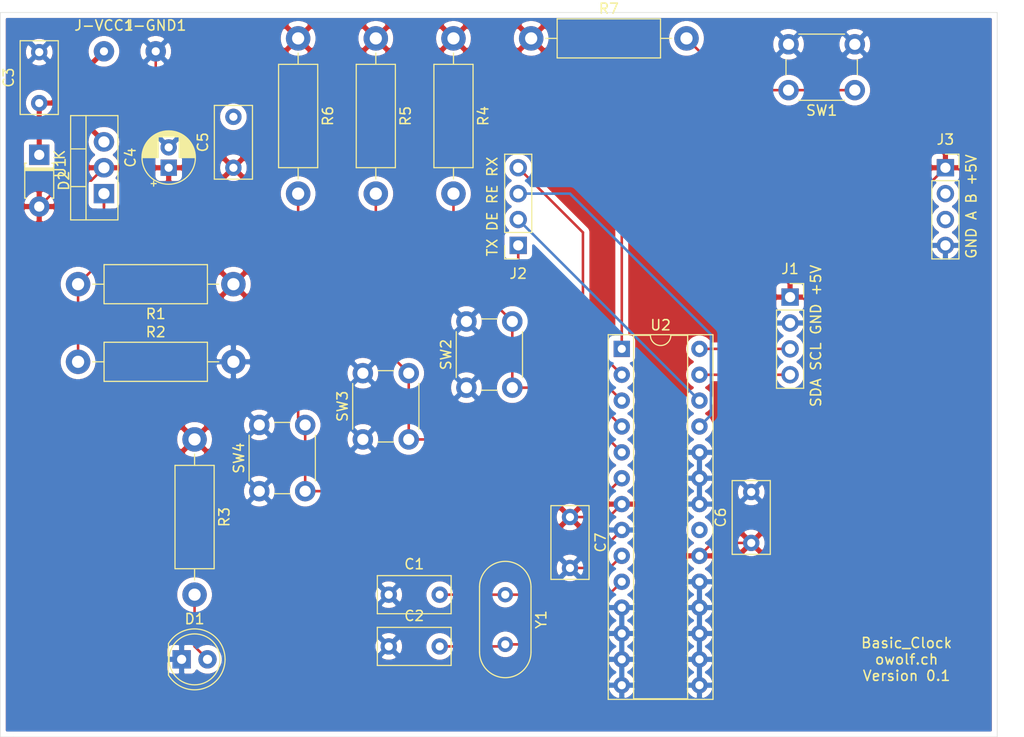
<source format=kicad_pcb>
(kicad_pcb (version 20171130) (host pcbnew "(5.1.6)-1")
  (layers (0 F.Cu signal) (31 B.Cu signal) (34 B.Paste user) (35 F.Paste user) (36 B.SilkS user) (37 F.SilkS user) (38 B.Mask user) (39 F.Mask user) (44 Edge.Cuts user))
  (net 0 "")
  (net 1 "Net-(C1-Pad2)")
  (net 2 GND)
  (net 3 "Net-(C2-Pad2)")
  (net 4 +28V)
  (net 5 +5V)
  (net 6 "Net-(D1-Pad2)")
  (net 7 "Net-(R1-Pad2)")
  (net 8 /PIN2)
  (net 9 /PIN3)
  (net 10 /PIN4)
  (net 11 /SCL)
  (net 12 /SDA)
  (net 13 /TXD)
  (net 14 /RXD)
  (net 15 /RE)
  (net 16 /DE)
  (net 17 "Net-(R7-Pad2)")
  (net 18 "Net-(C5-Pad2)")
  (net 19 "Net-(J3-Pad3)")
  (net 20 "Net-(J3-Pad2)")
  (net 21 "Net-(U2-Pad21)")
  (module Capacitor_THT:C_Rect_L7.0mm_W3.5mm_P5.00mm (layer F.Cu) (at 59.69 119.38 90)
    (fp_text reference C5 (at 2.5 -3 90) (layer F.SilkS))
    (fp_text value 100nF)
    (fp_line (start 6.12 -1.87) (end 6.12 1.87) (layer F.SilkS) (width 0.12))
    (fp_line (start -1.12 -1.87) (end -1.12 1.87) (layer F.SilkS) (width 0.12))
    (fp_line (start -1.12 1.87) (end 6.12 1.87) (layer F.SilkS) (width 0.12))
    (fp_line (start -1.12 -1.87) (end 6.12 -1.87) (layer F.SilkS) (width 0.12))
    (pad 2 thru_hole circle (at 5 0 90) (size 1.6 1.6) (drill 0.8) (layers *.Cu *.Mask) (net 18 "Net-(C5-Pad2)"))
    (pad 1 thru_hole circle (at 0 0 90) (size 1.6 1.6) (drill 0.8) (layers *.Cu *.Mask) (net 5 +5V))
  )
  (module Connector_Wire:SolderWirePad_1x01_Drill0.8mm (layer F.Cu) (at 46.99 107.95)
    (fp_text reference J-VCC1 (at 0 -2.54) (layer F.SilkS))
    (fp_text value Conn_01x01_Male)
    (pad 1 thru_hole circle (at 0 0) (size 1.99898 1.99898) (drill 0.8001) (layers *.Cu *.Mask) (net 4 +28V))
  )
  (module Connector_Wire:SolderWirePad_1x01_Drill0.8mm (layer F.Cu) (at 52.07 107.95)
    (fp_text reference J-GND1 (at 0 -2.54) (layer F.SilkS))
    (fp_text value Conn_01x01_Male)
    (pad 1 thru_hole circle (at 0 0) (size 1.99898 1.99898) (drill 0.8001) (layers *.Cu *.Mask) (net 2 GND))
  )
  (module "Button THT:SW_PUSH_6mm_H5mm" (layer F.Cu) (at 62.23 151.13 90)
    (fp_text reference SW4 (at 3.25 -2 90) (layer F.SilkS))
    (fp_text value SW_Push)
    (fp_line (start 1 5.5) (end 5.5 5.5) (layer F.SilkS) (width 0.12))
    (fp_line (start -0.25 1.5) (end -0.25 3) (layer F.SilkS) (width 0.12))
    (fp_line (start 5.5 -1) (end 1 -1) (layer F.SilkS) (width 0.12))
    (fp_line (start 6.75 3) (end 6.75 1.5) (layer F.SilkS) (width 0.12))
    (pad 1 thru_hole circle (at 6.5 0 180) (size 2 2) (drill 1.1) (layers *.Cu *.Mask) (net 2 GND))
    (pad 2 thru_hole circle (at 6.5 4.5 180) (size 2 2) (drill 1.1) (layers *.Cu *.Mask) (net 10 /PIN4))
    (pad 1 thru_hole circle (at 0 0 180) (size 2 2) (drill 1.1) (layers *.Cu *.Mask) (net 2 GND))
    (pad 2 thru_hole circle (at 0 4.5 180) (size 2 2) (drill 1.1) (layers *.Cu *.Mask) (net 10 /PIN4))
  )
  (module Resistor:R_Axial_DIN0411_L9.9mm_D3.6mm_P15.24mm_Horizontal (layer F.Cu) (at 88.9 106.68)
    (fp_text reference R7 (at 7.62 -2.92) (layer F.SilkS))
    (fp_text value 10k)
    (fp_line (start 2.55 -1.92) (end 2.55 1.92) (layer F.SilkS) (width 0.12))
    (fp_line (start 2.55 1.92) (end 12.69 1.92) (layer F.SilkS) (width 0.12))
    (fp_line (start 12.69 1.92) (end 12.69 -1.92) (layer F.SilkS) (width 0.12))
    (fp_line (start 12.69 -1.92) (end 2.55 -1.92) (layer F.SilkS) (width 0.12))
    (fp_line (start 1.44 0) (end 2.55 0) (layer F.SilkS) (width 0.12))
    (fp_line (start 13.8 0) (end 12.69 0) (layer F.SilkS) (width 0.12))
    (pad 2 thru_hole oval (at 15.24 0) (size 2.4 2.4) (drill 1.2) (layers *.Cu *.Mask) (net 17 "Net-(R7-Pad2)"))
    (pad 1 thru_hole circle (at 0 0) (size 2.4 2.4) (drill 1.2) (layers *.Cu *.Mask) (net 5 +5V))
  )
  (module "Connector THT:PinSocket_1x04_P2.54mm_Vertical" (layer F.Cu) (at 129.54 119.38)
    (fp_text reference J3 (at 0 -2.77) (layer F.SilkS))
    (fp_text value Conn_01x04_Female)
    (fp_line (start 0 -1.33) (end 1.33 -1.33) (layer F.SilkS) (width 0.12))
    (fp_line (start 1.33 -1.33) (end 1.33 0) (layer F.SilkS) (width 0.12))
    (fp_line (start 1.33 1.27) (end 1.33 8.95) (layer F.SilkS) (width 0.12))
    (fp_line (start -1.33 8.95) (end 1.33 8.95) (layer F.SilkS) (width 0.12))
    (fp_line (start -1.33 1.27) (end -1.33 8.95) (layer F.SilkS) (width 0.12))
    (fp_line (start -1.33 1.27) (end 1.33 1.27) (layer F.SilkS) (width 0.12))
    (pad 4 thru_hole oval (at 0 7.62) (size 1.7 1.7) (drill 1) (layers *.Cu *.Mask) (net 2 GND))
    (pad 3 thru_hole oval (at 0 5.08) (size 1.7 1.7) (drill 1) (layers *.Cu *.Mask) (net 19 "Net-(J3-Pad3)"))
    (pad 2 thru_hole oval (at 0 2.54) (size 1.7 1.7) (drill 1) (layers *.Cu *.Mask) (net 20 "Net-(J3-Pad2)"))
    (pad 1 thru_hole rect (at 0 0) (size 1.7 1.7) (drill 1) (layers *.Cu *.Mask) (net 5 +5V))
  )
  (module "Connector THT:PinSocket_1x04_P2.54mm_Vertical" (layer F.Cu) (at 87.63 127 180)
    (fp_text reference J2 (at 0 -2.77) (layer F.SilkS))
    (fp_text value Conn_01x04_Female)
    (fp_line (start 0 -1.33) (end 1.33 -1.33) (layer F.SilkS) (width 0.12))
    (fp_line (start 1.33 -1.33) (end 1.33 0) (layer F.SilkS) (width 0.12))
    (fp_line (start 1.33 1.27) (end 1.33 8.95) (layer F.SilkS) (width 0.12))
    (fp_line (start -1.33 8.95) (end 1.33 8.95) (layer F.SilkS) (width 0.12))
    (fp_line (start -1.33 1.27) (end -1.33 8.95) (layer F.SilkS) (width 0.12))
    (fp_line (start -1.33 1.27) (end 1.33 1.27) (layer F.SilkS) (width 0.12))
    (pad 4 thru_hole oval (at 0 7.62 180) (size 1.7 1.7) (drill 1) (layers *.Cu *.Mask) (net 14 /RXD))
    (pad 3 thru_hole oval (at 0 5.08 180) (size 1.7 1.7) (drill 1) (layers *.Cu *.Mask) (net 15 /RE))
    (pad 2 thru_hole oval (at 0 2.54 180) (size 1.7 1.7) (drill 1) (layers *.Cu *.Mask) (net 16 /DE))
    (pad 1 thru_hole rect (at 0 0 180) (size 1.7 1.7) (drill 1) (layers *.Cu *.Mask) (net 13 /TXD))
  )
  (module "Connector THT:PinSocket_1x04_P2.54mm_Vertical" (layer F.Cu) (at 114.3 132.08)
    (fp_text reference J1 (at 0 -2.77) (layer F.SilkS))
    (fp_text value Conn_01x04_Female)
    (fp_line (start 0 -1.33) (end 1.33 -1.33) (layer F.SilkS) (width 0.12))
    (fp_line (start 1.33 -1.33) (end 1.33 0) (layer F.SilkS) (width 0.12))
    (fp_line (start 1.33 1.27) (end 1.33 8.95) (layer F.SilkS) (width 0.12))
    (fp_line (start -1.33 8.95) (end 1.33 8.95) (layer F.SilkS) (width 0.12))
    (fp_line (start -1.33 1.27) (end -1.33 8.95) (layer F.SilkS) (width 0.12))
    (fp_line (start -1.33 1.27) (end 1.33 1.27) (layer F.SilkS) (width 0.12))
    (pad 4 thru_hole oval (at 0 7.62) (size 1.7 1.7) (drill 1) (layers *.Cu *.Mask) (net 12 /SDA))
    (pad 3 thru_hole oval (at 0 5.08) (size 1.7 1.7) (drill 1) (layers *.Cu *.Mask) (net 11 /SCL))
    (pad 2 thru_hole oval (at 0 2.54) (size 1.7 1.7) (drill 1) (layers *.Cu *.Mask) (net 2 GND))
    (pad 1 thru_hole rect (at 0 0) (size 1.7 1.7) (drill 1) (layers *.Cu *.Mask) (net 5 +5V))
  )
  (module Quartz:Crystal_HC49-4H_Vertical (layer F.Cu) (at 86.36 161.29 270)
    (fp_text reference Y1 (at 2.44 -3.525 90) (layer F.SilkS))
    (fp_text value 16Mhz)
    (fp_line (start -0.76 2.525) (end 5.64 2.525) (layer F.SilkS) (width 0.12))
    (fp_line (start -0.76 -2.525) (end 5.64 -2.525) (layer F.SilkS) (width 0.12))
    (fp_arc (start 5.64 0) (end 5.64 -2.525) (angle 180) (layer F.SilkS) (width 0.12))
    (fp_arc (start -0.76 0) (end -0.76 -2.525) (angle -180) (layer F.SilkS) (width 0.12))
    (pad 2 thru_hole circle (at 4.88 0 270) (size 1.5 1.5) (drill 0.8) (layers *.Cu *.Mask) (net 3 "Net-(C2-Pad2)"))
    (pad 1 thru_hole circle (at 0 0 270) (size 1.5 1.5) (drill 0.8) (layers *.Cu *.Mask) (net 1 "Net-(C1-Pad2)"))
  )
  (module "TO SOT THT:TO-220-3_Vertical" (layer F.Cu) (at 46.99 121.92 90)
    (fp_text reference U1 (at 2.54 -4.27 90) (layer F.SilkS))
    (fp_text value LM317_TO-220)
    (fp_line (start 4.391 -3.27) (end 4.391 -1.76) (layer F.SilkS) (width 0.12))
    (fp_line (start 0.69 -3.27) (end 0.69 -1.76) (layer F.SilkS) (width 0.12))
    (fp_line (start -2.58 -1.76) (end 7.66 -1.76) (layer F.SilkS) (width 0.12))
    (fp_line (start 7.66 -3.27) (end 7.66 1.371) (layer F.SilkS) (width 0.12))
    (fp_line (start -2.58 -3.27) (end -2.58 1.371) (layer F.SilkS) (width 0.12))
    (fp_line (start -2.58 1.371) (end 7.66 1.371) (layer F.SilkS) (width 0.12))
    (fp_line (start -2.58 -3.27) (end 7.66 -3.27) (layer F.SilkS) (width 0.12))
    (pad 3 thru_hole oval (at 5.08 0 90) (size 1.905 2) (drill 1.1) (layers *.Cu *.Mask) (net 4 +28V))
    (pad 2 thru_hole oval (at 2.54 0 90) (size 1.905 2) (drill 1.1) (layers *.Cu *.Mask) (net 5 +5V))
    (pad 1 thru_hole rect (at 0 0 90) (size 1.905 2) (drill 1.1) (layers *.Cu *.Mask) (net 7 "Net-(R1-Pad2)"))
  )
  (module "Button THT:SW_PUSH_6mm_H5mm" (layer F.Cu) (at 72.39 146.05 90)
    (fp_text reference SW3 (at 3.25 -2 270) (layer F.SilkS))
    (fp_text value SW_Push)
    (fp_line (start 6.75 3) (end 6.75 1.5) (layer F.SilkS) (width 0.12))
    (fp_line (start 5.5 -1) (end 1 -1) (layer F.SilkS) (width 0.12))
    (fp_line (start -0.25 1.5) (end -0.25 3) (layer F.SilkS) (width 0.12))
    (fp_line (start 1 5.5) (end 5.5 5.5) (layer F.SilkS) (width 0.12))
    (pad 1 thru_hole circle (at 6.5 0 180) (size 2 2) (drill 1.1) (layers *.Cu *.Mask) (net 2 GND))
    (pad 2 thru_hole circle (at 6.5 4.5 180) (size 2 2) (drill 1.1) (layers *.Cu *.Mask) (net 9 /PIN3))
    (pad 1 thru_hole circle (at 0 0 180) (size 2 2) (drill 1.1) (layers *.Cu *.Mask) (net 2 GND))
    (pad 2 thru_hole circle (at 0 4.5 180) (size 2 2) (drill 1.1) (layers *.Cu *.Mask) (net 9 /PIN3))
  )
  (module "Button THT:SW_PUSH_6mm_H5mm" (layer F.Cu) (at 82.55 140.97 90)
    (fp_text reference SW2 (at 3.25 -2 270) (layer F.SilkS))
    (fp_text value SW_Push)
    (fp_line (start 6.75 3) (end 6.75 1.5) (layer F.SilkS) (width 0.12))
    (fp_line (start 5.5 -1) (end 1 -1) (layer F.SilkS) (width 0.12))
    (fp_line (start -0.25 1.5) (end -0.25 3) (layer F.SilkS) (width 0.12))
    (fp_line (start 1 5.5) (end 5.5 5.5) (layer F.SilkS) (width 0.12))
    (pad 1 thru_hole circle (at 6.5 0 180) (size 2 2) (drill 1.1) (layers *.Cu *.Mask) (net 2 GND))
    (pad 2 thru_hole circle (at 6.5 4.5 180) (size 2 2) (drill 1.1) (layers *.Cu *.Mask) (net 8 /PIN2))
    (pad 1 thru_hole circle (at 0 0 180) (size 2 2) (drill 1.1) (layers *.Cu *.Mask) (net 2 GND))
    (pad 2 thru_hole circle (at 0 4.5 180) (size 2 2) (drill 1.1) (layers *.Cu *.Mask) (net 8 /PIN2))
  )
  (module "Button THT:SW_PUSH_6mm_H5mm" (layer F.Cu) (at 120.65 111.76 180)
    (fp_text reference SW1 (at 3.25 -2 180) (layer F.SilkS))
    (fp_text value SW_Push_Reset)
    (fp_line (start 6.75 3) (end 6.75 1.5) (layer F.SilkS) (width 0.12))
    (fp_line (start 5.5 -1) (end 1 -1) (layer F.SilkS) (width 0.12))
    (fp_line (start -0.25 1.5) (end -0.25 3) (layer F.SilkS) (width 0.12))
    (fp_line (start 1 5.5) (end 5.5 5.5) (layer F.SilkS) (width 0.12))
    (pad 1 thru_hole circle (at 6.5 0 270) (size 2 2) (drill 1.1) (layers *.Cu *.Mask) (net 17 "Net-(R7-Pad2)"))
    (pad 2 thru_hole circle (at 6.5 4.5 270) (size 2 2) (drill 1.1) (layers *.Cu *.Mask) (net 2 GND))
    (pad 1 thru_hole circle (at 0 0 270) (size 2 2) (drill 1.1) (layers *.Cu *.Mask) (net 17 "Net-(R7-Pad2)"))
    (pad 2 thru_hole circle (at 0 4.5 270) (size 2 2) (drill 1.1) (layers *.Cu *.Mask) (net 2 GND))
  )
  (module Resistor:R_Axial_DIN0411_L9.9mm_D3.6mm_P15.24mm_Horizontal (layer F.Cu) (at 66.04 106.68 270)
    (fp_text reference R6 (at 7.62 -2.92 270) (layer F.SilkS))
    (fp_text value 10k)
    (fp_line (start 13.8 0) (end 12.69 0) (layer F.SilkS) (width 0.12))
    (fp_line (start 1.44 0) (end 2.55 0) (layer F.SilkS) (width 0.12))
    (fp_line (start 12.69 -1.92) (end 2.55 -1.92) (layer F.SilkS) (width 0.12))
    (fp_line (start 12.69 1.92) (end 12.69 -1.92) (layer F.SilkS) (width 0.12))
    (fp_line (start 2.55 1.92) (end 12.69 1.92) (layer F.SilkS) (width 0.12))
    (fp_line (start 2.55 -1.92) (end 2.55 1.92) (layer F.SilkS) (width 0.12))
    (pad 2 thru_hole oval (at 15.24 0 270) (size 2.4 2.4) (drill 1.2) (layers *.Cu *.Mask) (net 10 /PIN4))
    (pad 1 thru_hole circle (at 0 0 270) (size 2.4 2.4) (drill 1.2) (layers *.Cu *.Mask) (net 5 +5V))
  )
  (module Resistor:R_Axial_DIN0411_L9.9mm_D3.6mm_P15.24mm_Horizontal (layer F.Cu) (at 73.66 106.68 270)
    (fp_text reference R5 (at 7.62 -2.92 270) (layer F.SilkS))
    (fp_text value 10k)
    (fp_line (start 13.8 0) (end 12.69 0) (layer F.SilkS) (width 0.12))
    (fp_line (start 1.44 0) (end 2.55 0) (layer F.SilkS) (width 0.12))
    (fp_line (start 12.69 -1.92) (end 2.55 -1.92) (layer F.SilkS) (width 0.12))
    (fp_line (start 12.69 1.92) (end 12.69 -1.92) (layer F.SilkS) (width 0.12))
    (fp_line (start 2.55 1.92) (end 12.69 1.92) (layer F.SilkS) (width 0.12))
    (fp_line (start 2.55 -1.92) (end 2.55 1.92) (layer F.SilkS) (width 0.12))
    (pad 2 thru_hole oval (at 15.24 0 270) (size 2.4 2.4) (drill 1.2) (layers *.Cu *.Mask) (net 9 /PIN3))
    (pad 1 thru_hole circle (at 0 0 270) (size 2.4 2.4) (drill 1.2) (layers *.Cu *.Mask) (net 5 +5V))
  )
  (module Resistor:R_Axial_DIN0411_L9.9mm_D3.6mm_P15.24mm_Horizontal (layer F.Cu) (at 81.28 106.68 270)
    (fp_text reference R4 (at 7.62 -2.92 270) (layer F.SilkS))
    (fp_text value 10k)
    (fp_line (start 13.8 0) (end 12.69 0) (layer F.SilkS) (width 0.12))
    (fp_line (start 1.44 0) (end 2.55 0) (layer F.SilkS) (width 0.12))
    (fp_line (start 12.69 -1.92) (end 2.55 -1.92) (layer F.SilkS) (width 0.12))
    (fp_line (start 12.69 1.92) (end 12.69 -1.92) (layer F.SilkS) (width 0.12))
    (fp_line (start 2.55 1.92) (end 12.69 1.92) (layer F.SilkS) (width 0.12))
    (fp_line (start 2.55 -1.92) (end 2.55 1.92) (layer F.SilkS) (width 0.12))
    (pad 2 thru_hole oval (at 15.24 0 270) (size 2.4 2.4) (drill 1.2) (layers *.Cu *.Mask) (net 8 /PIN2))
    (pad 1 thru_hole circle (at 0 0 270) (size 2.4 2.4) (drill 1.2) (layers *.Cu *.Mask) (net 5 +5V))
  )
  (module Resistor:R_Axial_DIN0411_L9.9mm_D3.6mm_P15.24mm_Horizontal (layer F.Cu) (at 55.88 146.05 270)
    (fp_text reference R3 (at 7.62 -2.92 270) (layer F.SilkS))
    (fp_text value 1K)
    (fp_line (start 13.8 0) (end 12.69 0) (layer F.SilkS) (width 0.12))
    (fp_line (start 1.44 0) (end 2.55 0) (layer F.SilkS) (width 0.12))
    (fp_line (start 12.69 -1.92) (end 2.55 -1.92) (layer F.SilkS) (width 0.12))
    (fp_line (start 12.69 1.92) (end 12.69 -1.92) (layer F.SilkS) (width 0.12))
    (fp_line (start 2.55 1.92) (end 12.69 1.92) (layer F.SilkS) (width 0.12))
    (fp_line (start 2.55 -1.92) (end 2.55 1.92) (layer F.SilkS) (width 0.12))
    (pad 2 thru_hole oval (at 15.24 0 270) (size 2.4 2.4) (drill 1.2) (layers *.Cu *.Mask) (net 6 "Net-(D1-Pad2)"))
    (pad 1 thru_hole circle (at 0 0 270) (size 2.4 2.4) (drill 1.2) (layers *.Cu *.Mask) (net 5 +5V))
  )
  (module Resistor:R_Axial_DIN0411_L9.9mm_D3.6mm_P15.24mm_Horizontal (layer F.Cu) (at 44.45 138.43)
    (fp_text reference R2 (at 7.62 -2.92 180) (layer F.SilkS))
    (fp_text value 720)
    (fp_line (start 13.8 0) (end 12.69 0) (layer F.SilkS) (width 0.12))
    (fp_line (start 1.44 0) (end 2.55 0) (layer F.SilkS) (width 0.12))
    (fp_line (start 12.69 -1.92) (end 2.55 -1.92) (layer F.SilkS) (width 0.12))
    (fp_line (start 12.69 1.92) (end 12.69 -1.92) (layer F.SilkS) (width 0.12))
    (fp_line (start 2.55 1.92) (end 12.69 1.92) (layer F.SilkS) (width 0.12))
    (fp_line (start 2.55 -1.92) (end 2.55 1.92) (layer F.SilkS) (width 0.12))
    (pad 2 thru_hole oval (at 15.24 0) (size 2.4 2.4) (drill 1.2) (layers *.Cu *.Mask) (net 2 GND))
    (pad 1 thru_hole circle (at 0 0) (size 2.4 2.4) (drill 1.2) (layers *.Cu *.Mask) (net 7 "Net-(R1-Pad2)"))
  )
  (module Resistor:R_Axial_DIN0411_L9.9mm_D3.6mm_P15.24mm_Horizontal (layer F.Cu) (at 59.69 130.81 180)
    (fp_text reference R1 (at 7.62 -2.92) (layer F.SilkS))
    (fp_text value 240)
    (fp_line (start 13.8 0) (end 12.69 0) (layer F.SilkS) (width 0.12))
    (fp_line (start 1.44 0) (end 2.55 0) (layer F.SilkS) (width 0.12))
    (fp_line (start 12.69 -1.92) (end 2.55 -1.92) (layer F.SilkS) (width 0.12))
    (fp_line (start 12.69 1.92) (end 12.69 -1.92) (layer F.SilkS) (width 0.12))
    (fp_line (start 2.55 1.92) (end 12.69 1.92) (layer F.SilkS) (width 0.12))
    (fp_line (start 2.55 -1.92) (end 2.55 1.92) (layer F.SilkS) (width 0.12))
    (pad 2 thru_hole oval (at 15.24 0 180) (size 2.4 2.4) (drill 1.2) (layers *.Cu *.Mask) (net 7 "Net-(R1-Pad2)"))
    (pad 1 thru_hole circle (at 0 0 180) (size 2.4 2.4) (drill 1.2) (layers *.Cu *.Mask) (net 5 +5V))
  )
  (module "Diode THT:D_T-1_P5.08mm_Horizontal" (layer F.Cu) (at 40.64 118.11 270)
    (fp_text reference D2 (at 2.54 -2.42 270) (layer F.SilkS))
    (fp_text value D)
    (fp_line (start 1.3 -1.42) (end 1.3 1.42) (layer F.SilkS) (width 0.12))
    (fp_line (start 1.54 -1.42) (end 1.54 1.42) (layer F.SilkS) (width 0.12))
    (fp_line (start 1.42 -1.42) (end 1.42 1.42) (layer F.SilkS) (width 0.12))
    (fp_line (start 4.26 1.42) (end 4.26 1.24) (layer F.SilkS) (width 0.12))
    (fp_line (start 0.82 1.42) (end 4.26 1.42) (layer F.SilkS) (width 0.12))
    (fp_line (start 0.82 1.24) (end 0.82 1.42) (layer F.SilkS) (width 0.12))
    (fp_line (start 4.26 -1.42) (end 4.26 -1.24) (layer F.SilkS) (width 0.12))
    (fp_line (start 0.82 -1.42) (end 4.26 -1.42) (layer F.SilkS) (width 0.12))
    (fp_line (start 0.82 -1.24) (end 0.82 -1.42) (layer F.SilkS) (width 0.12))
    (fp_text user K (at 0 -2 270) (layer F.SilkS))
    (pad 2 thru_hole oval (at 5.08 0 270) (size 2 2) (drill 1) (layers *.Cu *.Mask) (net 5 +5V))
    (pad 1 thru_hole rect (at 0 0 270) (size 2 2) (drill 1) (layers *.Cu *.Mask) (net 4 +28V))
  )
  (module LED:LED_D5.0mm_Clear (layer F.Cu) (at 54.61 167.64)
    (fp_text reference D1 (at 1.27 -3.96) (layer F.SilkS))
    (fp_text value "Power LED")
    (fp_circle (center 1.27 0) (end 3.77 0) (layer F.SilkS) (width 0.12))
    (fp_line (start -1.29 -1.545) (end -1.29 1.545) (layer F.SilkS) (width 0.12))
    (fp_arc (start 1.27 0) (end -1.29 1.54483) (angle -148.9) (layer F.SilkS) (width 0.12))
    (fp_arc (start 1.27 0) (end -1.29 -1.54483) (angle 148.9) (layer F.SilkS) (width 0.12))
    (pad 2 thru_hole circle (at 2.54 0) (size 1.8 1.8) (drill 0.9) (layers *.Cu *.Mask) (net 6 "Net-(D1-Pad2)"))
    (pad 1 thru_hole rect (at 0 0) (size 1.8 1.8) (drill 0.9) (layers *.Cu *.Mask) (net 2 GND))
  )
  (module "Capacitor THT:C_Rect_L7.0mm_W3.5mm_P5.00mm" (layer F.Cu) (at 74.93 161.29)
    (fp_text reference C1 (at 2.5 -3) (layer F.SilkS))
    (fp_text value 22pf)
    (fp_line (start 6.12 -1.87) (end 6.12 1.87) (layer F.SilkS) (width 0.12))
    (fp_line (start -1.12 -1.87) (end -1.12 1.87) (layer F.SilkS) (width 0.12))
    (fp_line (start -1.12 1.87) (end 6.12 1.87) (layer F.SilkS) (width 0.12))
    (fp_line (start -1.12 -1.87) (end 6.12 -1.87) (layer F.SilkS) (width 0.12))
    (pad 2 thru_hole circle (at 5 0) (size 1.6 1.6) (drill 0.8) (layers *.Cu *.Mask) (net 1 "Net-(C1-Pad2)"))
    (pad 1 thru_hole circle (at 0 0) (size 1.6 1.6) (drill 0.8) (layers *.Cu *.Mask) (net 2 GND))
  )
  (module "Capacitor THT:C_Rect_L7.0mm_W3.5mm_P5.00mm" (layer F.Cu) (at 74.93 166.37)
    (fp_text reference C2 (at 2.5 -3) (layer F.SilkS))
    (fp_text value 22pf)
    (fp_line (start -1.12 -1.87) (end 6.12 -1.87) (layer F.SilkS) (width 0.12))
    (fp_line (start -1.12 1.87) (end 6.12 1.87) (layer F.SilkS) (width 0.12))
    (fp_line (start -1.12 -1.87) (end -1.12 1.87) (layer F.SilkS) (width 0.12))
    (fp_line (start 6.12 -1.87) (end 6.12 1.87) (layer F.SilkS) (width 0.12))
    (pad 1 thru_hole circle (at 0 0) (size 1.6 1.6) (drill 0.8) (layers *.Cu *.Mask) (net 2 GND))
    (pad 2 thru_hole circle (at 5 0) (size 1.6 1.6) (drill 0.8) (layers *.Cu *.Mask) (net 3 "Net-(C2-Pad2)"))
  )
  (module Capacitor_THT:C_Rect_L7.0mm_W3.5mm_P5.00mm (layer F.Cu) (at 40.64 113.03 90)
    (fp_text reference C3 (at 2.5 -3 90) (layer F.SilkS))
    (fp_text value 100nF)
    (fp_line (start -1.12 -1.87) (end 6.12 -1.87) (layer F.SilkS) (width 0.12))
    (fp_line (start -1.12 1.87) (end 6.12 1.87) (layer F.SilkS) (width 0.12))
    (fp_line (start -1.12 -1.87) (end -1.12 1.87) (layer F.SilkS) (width 0.12))
    (fp_line (start 6.12 -1.87) (end 6.12 1.87) (layer F.SilkS) (width 0.12))
    (pad 1 thru_hole circle (at 0 0 90) (size 1.6 1.6) (drill 0.8) (layers *.Cu *.Mask) (net 4 +28V))
    (pad 2 thru_hole circle (at 5 0 90) (size 1.6 1.6) (drill 0.8) (layers *.Cu *.Mask) (net 2 GND))
  )
  (module "Capacitor THT:CP_Radial_D5.0mm_P2.00mm" (layer F.Cu) (at 53.34 119.38 90)
    (fp_text reference C4 (at 1 -3.75 90) (layer F.SilkS))
    (fp_text value 1uF)
    (fp_circle (center 1 0) (end 3.62 0) (layer F.SilkS) (width 0.12))
    (fp_line (start 1 1.04) (end 1 2.58) (layer F.SilkS) (width 0.12))
    (fp_line (start 1 -2.58) (end 1 -1.04) (layer F.SilkS) (width 0.12))
    (fp_line (start 1.04 1.04) (end 1.04 2.58) (layer F.SilkS) (width 0.12))
    (fp_line (start 1.04 -2.58) (end 1.04 -1.04) (layer F.SilkS) (width 0.12))
    (fp_line (start 1.08 -2.579) (end 1.08 -1.04) (layer F.SilkS) (width 0.12))
    (fp_line (start 1.08 1.04) (end 1.08 2.579) (layer F.SilkS) (width 0.12))
    (fp_line (start 1.12 -2.578) (end 1.12 -1.04) (layer F.SilkS) (width 0.12))
    (fp_line (start 1.12 1.04) (end 1.12 2.578) (layer F.SilkS) (width 0.12))
    (fp_line (start 1.16 -2.576) (end 1.16 -1.04) (layer F.SilkS) (width 0.12))
    (fp_line (start 1.16 1.04) (end 1.16 2.576) (layer F.SilkS) (width 0.12))
    (fp_line (start 1.2 -2.573) (end 1.2 -1.04) (layer F.SilkS) (width 0.12))
    (fp_line (start 1.2 1.04) (end 1.2 2.573) (layer F.SilkS) (width 0.12))
    (fp_line (start 1.24 -2.569) (end 1.24 -1.04) (layer F.SilkS) (width 0.12))
    (fp_line (start 1.24 1.04) (end 1.24 2.569) (layer F.SilkS) (width 0.12))
    (fp_line (start 1.28 -2.565) (end 1.28 -1.04) (layer F.SilkS) (width 0.12))
    (fp_line (start 1.28 1.04) (end 1.28 2.565) (layer F.SilkS) (width 0.12))
    (fp_line (start 1.32 -2.561) (end 1.32 -1.04) (layer F.SilkS) (width 0.12))
    (fp_line (start 1.32 1.04) (end 1.32 2.561) (layer F.SilkS) (width 0.12))
    (fp_line (start 1.36 -2.556) (end 1.36 -1.04) (layer F.SilkS) (width 0.12))
    (fp_line (start 1.36 1.04) (end 1.36 2.556) (layer F.SilkS) (width 0.12))
    (fp_line (start 1.4 -2.55) (end 1.4 -1.04) (layer F.SilkS) (width 0.12))
    (fp_line (start 1.4 1.04) (end 1.4 2.55) (layer F.SilkS) (width 0.12))
    (fp_line (start 1.44 -2.543) (end 1.44 -1.04) (layer F.SilkS) (width 0.12))
    (fp_line (start 1.44 1.04) (end 1.44 2.543) (layer F.SilkS) (width 0.12))
    (fp_line (start 1.48 -2.536) (end 1.48 -1.04) (layer F.SilkS) (width 0.12))
    (fp_line (start 1.48 1.04) (end 1.48 2.536) (layer F.SilkS) (width 0.12))
    (fp_line (start 1.52 -2.528) (end 1.52 -1.04) (layer F.SilkS) (width 0.12))
    (fp_line (start 1.52 1.04) (end 1.52 2.528) (layer F.SilkS) (width 0.12))
    (fp_line (start 1.56 -2.52) (end 1.56 -1.04) (layer F.SilkS) (width 0.12))
    (fp_line (start 1.56 1.04) (end 1.56 2.52) (layer F.SilkS) (width 0.12))
    (fp_line (start 1.6 -2.511) (end 1.6 -1.04) (layer F.SilkS) (width 0.12))
    (fp_line (start 1.6 1.04) (end 1.6 2.511) (layer F.SilkS) (width 0.12))
    (fp_line (start 1.64 -2.501) (end 1.64 -1.04) (layer F.SilkS) (width 0.12))
    (fp_line (start 1.64 1.04) (end 1.64 2.501) (layer F.SilkS) (width 0.12))
    (fp_line (start 1.68 -2.491) (end 1.68 -1.04) (layer F.SilkS) (width 0.12))
    (fp_line (start 1.68 1.04) (end 1.68 2.491) (layer F.SilkS) (width 0.12))
    (fp_line (start 1.721 -2.48) (end 1.721 -1.04) (layer F.SilkS) (width 0.12))
    (fp_line (start 1.721 1.04) (end 1.721 2.48) (layer F.SilkS) (width 0.12))
    (fp_line (start 1.761 -2.468) (end 1.761 -1.04) (layer F.SilkS) (width 0.12))
    (fp_line (start 1.761 1.04) (end 1.761 2.468) (layer F.SilkS) (width 0.12))
    (fp_line (start 1.801 -2.455) (end 1.801 -1.04) (layer F.SilkS) (width 0.12))
    (fp_line (start 1.801 1.04) (end 1.801 2.455) (layer F.SilkS) (width 0.12))
    (fp_line (start 1.841 -2.442) (end 1.841 -1.04) (layer F.SilkS) (width 0.12))
    (fp_line (start 1.841 1.04) (end 1.841 2.442) (layer F.SilkS) (width 0.12))
    (fp_line (start 1.881 -2.428) (end 1.881 -1.04) (layer F.SilkS) (width 0.12))
    (fp_line (start 1.881 1.04) (end 1.881 2.428) (layer F.SilkS) (width 0.12))
    (fp_line (start 1.921 -2.414) (end 1.921 -1.04) (layer F.SilkS) (width 0.12))
    (fp_line (start 1.921 1.04) (end 1.921 2.414) (layer F.SilkS) (width 0.12))
    (fp_line (start 1.961 -2.398) (end 1.961 -1.04) (layer F.SilkS) (width 0.12))
    (fp_line (start 1.961 1.04) (end 1.961 2.398) (layer F.SilkS) (width 0.12))
    (fp_line (start 2.001 -2.382) (end 2.001 -1.04) (layer F.SilkS) (width 0.12))
    (fp_line (start 2.001 1.04) (end 2.001 2.382) (layer F.SilkS) (width 0.12))
    (fp_line (start 2.041 -2.365) (end 2.041 -1.04) (layer F.SilkS) (width 0.12))
    (fp_line (start 2.041 1.04) (end 2.041 2.365) (layer F.SilkS) (width 0.12))
    (fp_line (start 2.081 -2.348) (end 2.081 -1.04) (layer F.SilkS) (width 0.12))
    (fp_line (start 2.081 1.04) (end 2.081 2.348) (layer F.SilkS) (width 0.12))
    (fp_line (start 2.121 -2.329) (end 2.121 -1.04) (layer F.SilkS) (width 0.12))
    (fp_line (start 2.121 1.04) (end 2.121 2.329) (layer F.SilkS) (width 0.12))
    (fp_line (start 2.161 -2.31) (end 2.161 -1.04) (layer F.SilkS) (width 0.12))
    (fp_line (start 2.161 1.04) (end 2.161 2.31) (layer F.SilkS) (width 0.12))
    (fp_line (start 2.201 -2.29) (end 2.201 -1.04) (layer F.SilkS) (width 0.12))
    (fp_line (start 2.201 1.04) (end 2.201 2.29) (layer F.SilkS) (width 0.12))
    (fp_line (start 2.241 -2.268) (end 2.241 -1.04) (layer F.SilkS) (width 0.12))
    (fp_line (start 2.241 1.04) (end 2.241 2.268) (layer F.SilkS) (width 0.12))
    (fp_line (start 2.281 -2.247) (end 2.281 -1.04) (layer F.SilkS) (width 0.12))
    (fp_line (start 2.281 1.04) (end 2.281 2.247) (layer F.SilkS) (width 0.12))
    (fp_line (start 2.321 -2.224) (end 2.321 -1.04) (layer F.SilkS) (width 0.12))
    (fp_line (start 2.321 1.04) (end 2.321 2.224) (layer F.SilkS) (width 0.12))
    (fp_line (start 2.361 -2.2) (end 2.361 -1.04) (layer F.SilkS) (width 0.12))
    (fp_line (start 2.361 1.04) (end 2.361 2.2) (layer F.SilkS) (width 0.12))
    (fp_line (start 2.401 -2.175) (end 2.401 -1.04) (layer F.SilkS) (width 0.12))
    (fp_line (start 2.401 1.04) (end 2.401 2.175) (layer F.SilkS) (width 0.12))
    (fp_line (start 2.441 -2.149) (end 2.441 -1.04) (layer F.SilkS) (width 0.12))
    (fp_line (start 2.441 1.04) (end 2.441 2.149) (layer F.SilkS) (width 0.12))
    (fp_line (start 2.481 -2.122) (end 2.481 -1.04) (layer F.SilkS) (width 0.12))
    (fp_line (start 2.481 1.04) (end 2.481 2.122) (layer F.SilkS) (width 0.12))
    (fp_line (start 2.521 -2.095) (end 2.521 -1.04) (layer F.SilkS) (width 0.12))
    (fp_line (start 2.521 1.04) (end 2.521 2.095) (layer F.SilkS) (width 0.12))
    (fp_line (start 2.561 -2.065) (end 2.561 -1.04) (layer F.SilkS) (width 0.12))
    (fp_line (start 2.561 1.04) (end 2.561 2.065) (layer F.SilkS) (width 0.12))
    (fp_line (start 2.601 -2.035) (end 2.601 -1.04) (layer F.SilkS) (width 0.12))
    (fp_line (start 2.601 1.04) (end 2.601 2.035) (layer F.SilkS) (width 0.12))
    (fp_line (start 2.641 -2.004) (end 2.641 -1.04) (layer F.SilkS) (width 0.12))
    (fp_line (start 2.641 1.04) (end 2.641 2.004) (layer F.SilkS) (width 0.12))
    (fp_line (start 2.681 -1.971) (end 2.681 -1.04) (layer F.SilkS) (width 0.12))
    (fp_line (start 2.681 1.04) (end 2.681 1.971) (layer F.SilkS) (width 0.12))
    (fp_line (start 2.721 -1.937) (end 2.721 -1.04) (layer F.SilkS) (width 0.12))
    (fp_line (start 2.721 1.04) (end 2.721 1.937) (layer F.SilkS) (width 0.12))
    (fp_line (start 2.761 -1.901) (end 2.761 -1.04) (layer F.SilkS) (width 0.12))
    (fp_line (start 2.761 1.04) (end 2.761 1.901) (layer F.SilkS) (width 0.12))
    (fp_line (start 2.801 -1.864) (end 2.801 -1.04) (layer F.SilkS) (width 0.12))
    (fp_line (start 2.801 1.04) (end 2.801 1.864) (layer F.SilkS) (width 0.12))
    (fp_line (start 2.841 -1.826) (end 2.841 -1.04) (layer F.SilkS) (width 0.12))
    (fp_line (start 2.841 1.04) (end 2.841 1.826) (layer F.SilkS) (width 0.12))
    (fp_line (start 2.881 -1.785) (end 2.881 -1.04) (layer F.SilkS) (width 0.12))
    (fp_line (start 2.881 1.04) (end 2.881 1.785) (layer F.SilkS) (width 0.12))
    (fp_line (start 2.921 -1.743) (end 2.921 -1.04) (layer F.SilkS) (width 0.12))
    (fp_line (start 2.921 1.04) (end 2.921 1.743) (layer F.SilkS) (width 0.12))
    (fp_line (start 2.961 -1.699) (end 2.961 -1.04) (layer F.SilkS) (width 0.12))
    (fp_line (start 2.961 1.04) (end 2.961 1.699) (layer F.SilkS) (width 0.12))
    (fp_line (start 3.001 -1.653) (end 3.001 -1.04) (layer F.SilkS) (width 0.12))
    (fp_line (start 3.001 1.04) (end 3.001 1.653) (layer F.SilkS) (width 0.12))
    (fp_line (start 3.041 -1.605) (end 3.041 1.605) (layer F.SilkS) (width 0.12))
    (fp_line (start 3.081 -1.554) (end 3.081 1.554) (layer F.SilkS) (width 0.12))
    (fp_line (start 3.121 -1.5) (end 3.121 1.5) (layer F.SilkS) (width 0.12))
    (fp_line (start 3.161 -1.443) (end 3.161 1.443) (layer F.SilkS) (width 0.12))
    (fp_line (start 3.201 -1.383) (end 3.201 1.383) (layer F.SilkS) (width 0.12))
    (fp_line (start 3.241 -1.319) (end 3.241 1.319) (layer F.SilkS) (width 0.12))
    (fp_line (start 3.281 -1.251) (end 3.281 1.251) (layer F.SilkS) (width 0.12))
    (fp_line (start 3.321 -1.178) (end 3.321 1.178) (layer F.SilkS) (width 0.12))
    (fp_line (start 3.361 -1.098) (end 3.361 1.098) (layer F.SilkS) (width 0.12))
    (fp_line (start 3.401 -1.011) (end 3.401 1.011) (layer F.SilkS) (width 0.12))
    (fp_line (start 3.441 -0.915) (end 3.441 0.915) (layer F.SilkS) (width 0.12))
    (fp_line (start 3.481 -0.805) (end 3.481 0.805) (layer F.SilkS) (width 0.12))
    (fp_line (start 3.521 -0.677) (end 3.521 0.677) (layer F.SilkS) (width 0.12))
    (fp_line (start 3.561 -0.518) (end 3.561 0.518) (layer F.SilkS) (width 0.12))
    (fp_line (start 3.601 -0.284) (end 3.601 0.284) (layer F.SilkS) (width 0.12))
    (fp_line (start -1.804775 -1.475) (end -1.304775 -1.475) (layer F.SilkS) (width 0.12))
    (fp_line (start -1.554775 -1.725) (end -1.554775 -1.225) (layer F.SilkS) (width 0.12))
    (pad 1 thru_hole rect (at 0 0 90) (size 1.6 1.6) (drill 0.8) (layers *.Cu *.Mask) (net 5 +5V))
    (pad 2 thru_hole circle (at 2 0 90) (size 1.6 1.6) (drill 0.8) (layers *.Cu *.Mask) (net 2 GND))
  )
  (module Capacitor_THT:C_Rect_L7.0mm_W3.5mm_P5.00mm (layer F.Cu) (at 110.49 156.21 90)
    (fp_text reference C6 (at 2.5 -3 90) (layer F.SilkS))
    (fp_text value 100nF)
    (fp_line (start -1.12 -1.87) (end 6.12 -1.87) (layer F.SilkS) (width 0.12))
    (fp_line (start -1.12 1.87) (end 6.12 1.87) (layer F.SilkS) (width 0.12))
    (fp_line (start -1.12 -1.87) (end -1.12 1.87) (layer F.SilkS) (width 0.12))
    (fp_line (start 6.12 -1.87) (end 6.12 1.87) (layer F.SilkS) (width 0.12))
    (pad 1 thru_hole circle (at 0 0 90) (size 1.6 1.6) (drill 0.8) (layers *.Cu *.Mask) (net 5 +5V))
    (pad 2 thru_hole circle (at 5 0 90) (size 1.6 1.6) (drill 0.8) (layers *.Cu *.Mask) (net 2 GND))
  )
  (module Capacitor_THT:C_Rect_L7.0mm_W3.5mm_P5.00mm (layer F.Cu) (at 92.71 153.67 270)
    (fp_text reference C7 (at 2.5 -3 90) (layer F.SilkS))
    (fp_text value 100nF)
    (fp_line (start 6.12 -1.87) (end 6.12 1.87) (layer F.SilkS) (width 0.12))
    (fp_line (start -1.12 -1.87) (end -1.12 1.87) (layer F.SilkS) (width 0.12))
    (fp_line (start -1.12 1.87) (end 6.12 1.87) (layer F.SilkS) (width 0.12))
    (fp_line (start -1.12 -1.87) (end 6.12 -1.87) (layer F.SilkS) (width 0.12))
    (pad 2 thru_hole circle (at 5 0 270) (size 1.6 1.6) (drill 0.8) (layers *.Cu *.Mask) (net 2 GND))
    (pad 1 thru_hole circle (at 0 0 270) (size 1.6 1.6) (drill 0.8) (layers *.Cu *.Mask) (net 5 +5V))
  )
  (module Package_DIP:DIP-28_W7.62mm_Socket (layer F.Cu) (at 97.79 137.16)
    (fp_text reference U2 (at 3.81 -2.33) (layer F.SilkS))
    (fp_text value ATmega328P-PU)
    (fp_line (start 2.81 -1.33) (end 1.16 -1.33) (layer F.SilkS) (width 0.12))
    (fp_line (start 1.16 -1.33) (end 1.16 34.35) (layer F.SilkS) (width 0.12))
    (fp_line (start 1.16 34.35) (end 6.46 34.35) (layer F.SilkS) (width 0.12))
    (fp_line (start 6.46 34.35) (end 6.46 -1.33) (layer F.SilkS) (width 0.12))
    (fp_line (start 6.46 -1.33) (end 4.81 -1.33) (layer F.SilkS) (width 0.12))
    (fp_line (start -1.33 -1.39) (end -1.33 34.41) (layer F.SilkS) (width 0.12))
    (fp_line (start -1.33 34.41) (end 8.95 34.41) (layer F.SilkS) (width 0.12))
    (fp_line (start 8.95 34.41) (end 8.95 -1.39) (layer F.SilkS) (width 0.12))
    (fp_line (start 8.95 -1.39) (end -1.33 -1.39) (layer F.SilkS) (width 0.12))
    (fp_arc (start 3.81 -1.33) (end 2.81 -1.33) (angle -180) (layer F.SilkS) (width 0.12))
    (pad 1 thru_hole rect (at 0 0) (size 1.6 1.6) (drill 0.8) (layers *.Cu *.Mask) (net 17 "Net-(R7-Pad2)"))
    (pad 15 thru_hole oval (at 7.62 33.02) (size 1.6 1.6) (drill 0.8) (layers *.Cu *.Mask) (net 2 GND))
    (pad 2 thru_hole oval (at 0 2.54) (size 1.6 1.6) (drill 0.8) (layers *.Cu *.Mask) (net 14 /RXD))
    (pad 16 thru_hole oval (at 7.62 30.48) (size 1.6 1.6) (drill 0.8) (layers *.Cu *.Mask) (net 2 GND))
    (pad 3 thru_hole oval (at 0 5.08) (size 1.6 1.6) (drill 0.8) (layers *.Cu *.Mask) (net 13 /TXD))
    (pad 17 thru_hole oval (at 7.62 27.94) (size 1.6 1.6) (drill 0.8) (layers *.Cu *.Mask) (net 2 GND))
    (pad 4 thru_hole oval (at 0 7.62) (size 1.6 1.6) (drill 0.8) (layers *.Cu *.Mask) (net 8 /PIN2))
    (pad 18 thru_hole oval (at 7.62 25.4) (size 1.6 1.6) (drill 0.8) (layers *.Cu *.Mask) (net 2 GND))
    (pad 5 thru_hole oval (at 0 10.16) (size 1.6 1.6) (drill 0.8) (layers *.Cu *.Mask) (net 9 /PIN3))
    (pad 19 thru_hole oval (at 7.62 22.86) (size 1.6 1.6) (drill 0.8) (layers *.Cu *.Mask) (net 2 GND))
    (pad 6 thru_hole oval (at 0 12.7) (size 1.6 1.6) (drill 0.8) (layers *.Cu *.Mask) (net 10 /PIN4))
    (pad 20 thru_hole oval (at 7.62 20.32) (size 1.6 1.6) (drill 0.8) (layers *.Cu *.Mask) (net 5 +5V))
    (pad 7 thru_hole oval (at 0 15.24) (size 1.6 1.6) (drill 0.8) (layers *.Cu *.Mask) (net 5 +5V))
    (pad 21 thru_hole oval (at 7.62 17.78) (size 1.6 1.6) (drill 0.8) (layers *.Cu *.Mask) (net 21 "Net-(U2-Pad21)"))
    (pad 8 thru_hole oval (at 0 17.78) (size 1.6 1.6) (drill 0.8) (layers *.Cu *.Mask) (net 2 GND))
    (pad 22 thru_hole oval (at 7.62 15.24) (size 1.6 1.6) (drill 0.8) (layers *.Cu *.Mask) (net 2 GND))
    (pad 9 thru_hole oval (at 0 20.32) (size 1.6 1.6) (drill 0.8) (layers *.Cu *.Mask) (net 1 "Net-(C1-Pad2)"))
    (pad 23 thru_hole oval (at 7.62 12.7) (size 1.6 1.6) (drill 0.8) (layers *.Cu *.Mask) (net 2 GND))
    (pad 10 thru_hole oval (at 0 22.86) (size 1.6 1.6) (drill 0.8) (layers *.Cu *.Mask) (net 3 "Net-(C2-Pad2)"))
    (pad 24 thru_hole oval (at 7.62 10.16) (size 1.6 1.6) (drill 0.8) (layers *.Cu *.Mask) (net 2 GND))
    (pad 11 thru_hole oval (at 0 25.4) (size 1.6 1.6) (drill 0.8) (layers *.Cu *.Mask) (net 2 GND))
    (pad 25 thru_hole oval (at 7.62 7.62) (size 1.6 1.6) (drill 0.8) (layers *.Cu *.Mask) (net 15 /RE))
    (pad 12 thru_hole oval (at 0 27.94) (size 1.6 1.6) (drill 0.8) (layers *.Cu *.Mask) (net 2 GND))
    (pad 26 thru_hole oval (at 7.62 5.08) (size 1.6 1.6) (drill 0.8) (layers *.Cu *.Mask) (net 16 /DE))
    (pad 13 thru_hole oval (at 0 30.48) (size 1.6 1.6) (drill 0.8) (layers *.Cu *.Mask) (net 2 GND))
    (pad 27 thru_hole oval (at 7.62 2.54) (size 1.6 1.6) (drill 0.8) (layers *.Cu *.Mask) (net 12 /SDA))
    (pad 14 thru_hole oval (at 0 33.02) (size 1.6 1.6) (drill 0.8) (layers *.Cu *.Mask) (net 2 GND))
    (pad 28 thru_hole oval (at 7.62 0) (size 1.6 1.6) (drill 0.8) (layers *.Cu *.Mask) (net 11 /SCL))
  )
  (gr_text "Basic_Clock\nowolf.ch\nVersion 0.1" (at 125.73 167.64) (layer F.SilkS) (effects (font (size 1 1))))
  (gr_text "SDA SCL GND +5V" (at 116.84 135.89 90) (layer F.SilkS) (effects (font (size 1 1))))
  (gr_text "GND A B +5V" (at 132.08 123.19 90) (layer F.SilkS) (effects (font (size 1 1))))
  (gr_text "TX DE RE RX" (at 85.09 123.19 90) (layer F.SilkS) (effects (font (size 1 1))))
  (gr_line (start 36.83 175.26) (end 36.83 104.14) (angle 90) (layer Edge.Cuts) (width 0.05))
  (gr_line (start 38.1 175.26) (end 36.83 175.26) (angle 90) (layer Edge.Cuts) (width 0.05))
  (gr_line (start 134.62 175.26) (end 38.1 175.26) (angle 90) (layer Edge.Cuts) (width 0.05))
  (gr_line (start 134.62 104.14) (end 134.62 175.26) (angle 90) (layer Edge.Cuts) (width 0.05))
  (gr_line (start 36.83 104.14) (end 134.62 104.14) (angle 90) (layer Edge.Cuts) (width 0.05))
  (segment (start 86.36 161.29) (end 86.36 161.05) (width 0.25) (layer F.Cu) (net 1))
  (segment (start 93.98 161.29) (end 97.79 157.48) (width 0.25) (layer F.Cu) (net 1))
  (segment (start 86.36 161.29) (end 93.98 161.29) (width 0.25) (layer F.Cu) (net 1))
  (segment (start 79.93 161.29) (end 86.36 161.29) (width 0.25) (layer F.Cu) (net 1))
  (via (at 105.41 167.64) (size 0.8) (drill 0.4) (layers F.Cu B.Cu) (net 2))
  (via (at 105.41 170.18) (size 0.8) (drill 0.4) (layers F.Cu B.Cu) (net 2))
  (segment (start 52.07 116.11) (end 53.34 117.38) (width 0.25) (layer F.Cu) (net 2))
  (segment (start 52.07 107.95) (end 52.07 116.11) (width 0.25) (layer F.Cu) (net 2))
  (segment (start 109.3 152.4) (end 110.49 151.21) (width 0.25) (layer F.Cu) (net 2))
  (segment (start 105.41 152.4) (end 109.3 152.4) (width 0.25) (layer F.Cu) (net 2))
  (segment (start 94.06 158.67) (end 97.79 154.94) (width 0.25) (layer F.Cu) (net 2))
  (segment (start 92.71 158.67) (end 94.06 158.67) (width 0.25) (layer F.Cu) (net 2))
  (segment (start 97.59 159.82) (end 97.79 160.02) (width 0.25) (layer F.Cu) (net 3))
  (segment (start 91.64 166.17) (end 97.79 160.02) (width 0.25) (layer F.Cu) (net 3))
  (segment (start 86.36 166.17) (end 91.64 166.17) (width 0.25) (layer F.Cu) (net 3))
  (segment (start 86.16 166.37) (end 86.36 166.17) (width 0.25) (layer F.Cu) (net 3))
  (segment (start 79.93 166.37) (end 86.16 166.37) (width 0.25) (layer F.Cu) (net 3))
  (segment (start 41.91 113.03) (end 40.64 113.03) (width 0.25) (layer F.Cu) (net 4))
  (segment (start 46.99 107.95) (end 41.91 113.03) (width 0.5) (layer F.Cu) (net 4))
  (segment (start 40.64 113.03) (end 40.64 118.11) (width 0.5) (layer F.Cu) (net 4))
  (segment (start 43.18 113.03) (end 46.99 116.84) (width 0.5) (layer F.Cu) (net 4))
  (segment (start 40.64 113.03) (end 43.18 113.03) (width 0.5) (layer F.Cu) (net 4))
  (via (at 97.79 152.4) (size 0.8) (drill 0.4) (layers F.Cu B.Cu) (net 5))
  (via (at 105.41 157.48) (size 0.8) (drill 0.4) (layers F.Cu B.Cu) (net 5))
  (segment (start 116.84 132.08) (end 129.54 119.38) (width 0.25) (layer F.Cu) (net 5))
  (segment (start 114.3 132.08) (end 116.84 132.08) (width 0.25) (layer F.Cu) (net 5))
  (segment (start 53.34 119.38) (end 46.99 119.38) (width 0.25) (layer F.Cu) (net 5))
  (segment (start 45.727501 120.642499) (end 46.99 119.38) (width 0.25) (layer F.Cu) (net 5))
  (segment (start 43.187501 120.642499) (end 45.727501 120.642499) (width 0.25) (layer F.Cu) (net 5))
  (segment (start 40.64 123.19) (end 43.187501 120.642499) (width 0.25) (layer F.Cu) (net 5))
  (segment (start 106.68 156.21) (end 105.41 157.48) (width 0.25) (layer F.Cu) (net 5))
  (segment (start 110.49 156.21) (end 106.68 156.21) (width 0.25) (layer F.Cu) (net 5))
  (segment (start 96.52 153.67) (end 97.79 152.4) (width 0.25) (layer F.Cu) (net 5))
  (segment (start 92.71 153.67) (end 96.52 153.67) (width 0.25) (layer F.Cu) (net 5))
  (segment (start 55.88 166.37) (end 57.15 167.64) (width 0.25) (layer F.Cu) (net 6))
  (segment (start 55.88 161.29) (end 55.88 166.37) (width 0.25) (layer F.Cu) (net 6))
  (segment (start 46.99 123.19) (end 46.99 121.92) (width 0.25) (layer F.Cu) (net 7))
  (segment (start 44.45 130.81) (end 44.45 138.43) (width 0.25) (layer F.Cu) (net 7))
  (segment (start 46.99 128.27) (end 44.45 130.81) (width 0.25) (layer F.Cu) (net 7))
  (segment (start 46.99 121.92) (end 46.99 128.27) (width 0.25) (layer F.Cu) (net 7))
  (segment (start 97.584999 144.574999) (end 97.79 144.78) (width 0.25) (layer B.Cu) (net 8))
  (segment (start 87.05 134.47) (end 87.05 140.97) (width 0.25) (layer F.Cu) (net 8))
  (segment (start 93.98 140.97) (end 97.79 144.78) (width 0.25) (layer F.Cu) (net 8))
  (segment (start 87.05 140.97) (end 93.98 140.97) (width 0.25) (layer F.Cu) (net 8))
  (segment (start 81.28 128.7) (end 87.05 134.47) (width 0.25) (layer F.Cu) (net 8))
  (segment (start 81.28 121.92) (end 81.28 128.7) (width 0.25) (layer F.Cu) (net 8))
  (segment (start 76.89 139.55) (end 76.89 146.05) (width 0.25) (layer F.Cu) (net 9))
  (segment (start 96.52 146.05) (end 97.79 147.32) (width 0.25) (layer F.Cu) (net 9))
  (segment (start 76.89 146.05) (end 96.52 146.05) (width 0.25) (layer F.Cu) (net 9))
  (segment (start 73.66 136.32) (end 76.89 139.55) (width 0.25) (layer F.Cu) (net 9))
  (segment (start 73.66 121.92) (end 73.66 136.32) (width 0.25) (layer F.Cu) (net 9))
  (segment (start 66.73 144.63) (end 66.73 151.13) (width 0.25) (layer F.Cu) (net 10))
  (segment (start 96.52 151.13) (end 97.79 149.86) (width 0.25) (layer F.Cu) (net 10))
  (segment (start 66.73 151.13) (end 96.52 151.13) (width 0.25) (layer F.Cu) (net 10))
  (segment (start 66.04 143.94) (end 66.73 144.63) (width 0.25) (layer F.Cu) (net 10))
  (segment (start 66.04 121.92) (end 66.04 143.94) (width 0.25) (layer F.Cu) (net 10))
  (segment (start 105.41 137.16) (end 110.49 137.16) (width 0.25) (layer F.Cu) (net 11))
  (segment (start 110.49 137.16) (end 114.3 137.16) (width 0.25) (layer F.Cu) (net 11))
  (segment (start 105.41 139.7) (end 110.49 139.7) (width 0.25) (layer F.Cu) (net 12))
  (segment (start 110.49 139.7) (end 114.3 139.7) (width 0.25) (layer F.Cu) (net 12))
  (segment (start 87.63 127) (end 87.63 132.08) (width 0.25) (layer F.Cu) (net 13))
  (segment (start 87.63 132.08) (end 97.79 142.24) (width 0.25) (layer F.Cu) (net 13))
  (segment (start 97.79 139.7) (end 93.98 135.89) (width 0.25) (layer F.Cu) (net 14))
  (segment (start 93.98 125.73) (end 87.63 119.38) (width 0.25) (layer F.Cu) (net 14))
  (segment (start 93.98 135.89) (end 93.98 125.73) (width 0.25) (layer F.Cu) (net 14))
  (segment (start 87.63 121.92) (end 92.71 121.92) (width 0.25) (layer B.Cu) (net 15))
  (segment (start 106.535001 135.745001) (end 106.535001 143.654999) (width 0.25) (layer B.Cu) (net 15))
  (segment (start 106.535001 143.654999) (end 105.41 144.78) (width 0.25) (layer B.Cu) (net 15))
  (segment (start 92.71 121.92) (end 106.535001 135.745001) (width 0.25) (layer B.Cu) (net 15))
  (via (at 87.63 124.46) (size 0.8) (drill 0.4) (layers F.Cu B.Cu) (net 16))
  (segment (start 87.63 124.714998) (end 87.63 124.46) (width 0.25) (layer B.Cu) (net 16))
  (segment (start 87.63 124.46) (end 105.41 142.24) (width 0.25) (layer B.Cu) (net 16))
  (segment (start 97.79 121.77) (end 107.8 111.76) (width 0.25) (layer F.Cu) (net 17))
  (segment (start 97.79 137.16) (end 97.79 121.77) (width 0.25) (layer F.Cu) (net 17))
  (segment (start 114.3 111.76) (end 107.8 111.76) (width 0.25) (layer F.Cu) (net 17))
  (segment (start 107.8 110.34) (end 104.14 106.68) (width 0.25) (layer F.Cu) (net 17))
  (segment (start 107.8 111.76) (end 107.8 110.34) (width 0.25) (layer F.Cu) (net 17))
  (segment (start 120.65 111.76) (end 114.15 111.76) (width 0.25) (layer F.Cu) (net 17))
  (zone (net 2) (net_name GND) (layer B.Cu) (connect_pads (clearance 0.508)) (min_thickness 0.254) (fill yes (arc_segments 32) (thermal_gap 0.508) (thermal_bridge_width 0.508))
    (polygon (pts (xy 134.62 175.26) (xy 36.83 175.26) (xy 36.83 104.14) (xy 134.62 104.14)))
  )
  (zone (net 5) (net_name +5V) (layer F.Cu) (connect_pads (clearance 0.508)) (min_thickness 0.254) (fill yes (arc_segments 32) (thermal_gap 0.508) (thermal_bridge_width 0.508))
    (polygon (pts (xy 134.62 175.26) (xy 36.83 175.26) (xy 36.83 104.14) (xy 134.62 104.14)))
  )
)
</source>
